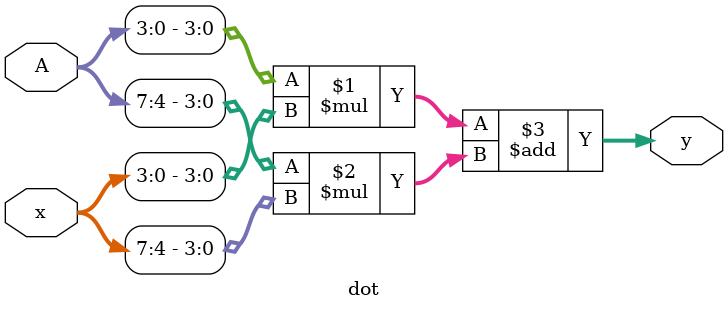
<source format=v>
module dot(input [7:0] A, input [7:0] x, output [8:0] y);
    assign y = A[3:0] * x[3:0] + A[7:4] * x[7:4];
endmodule

</source>
